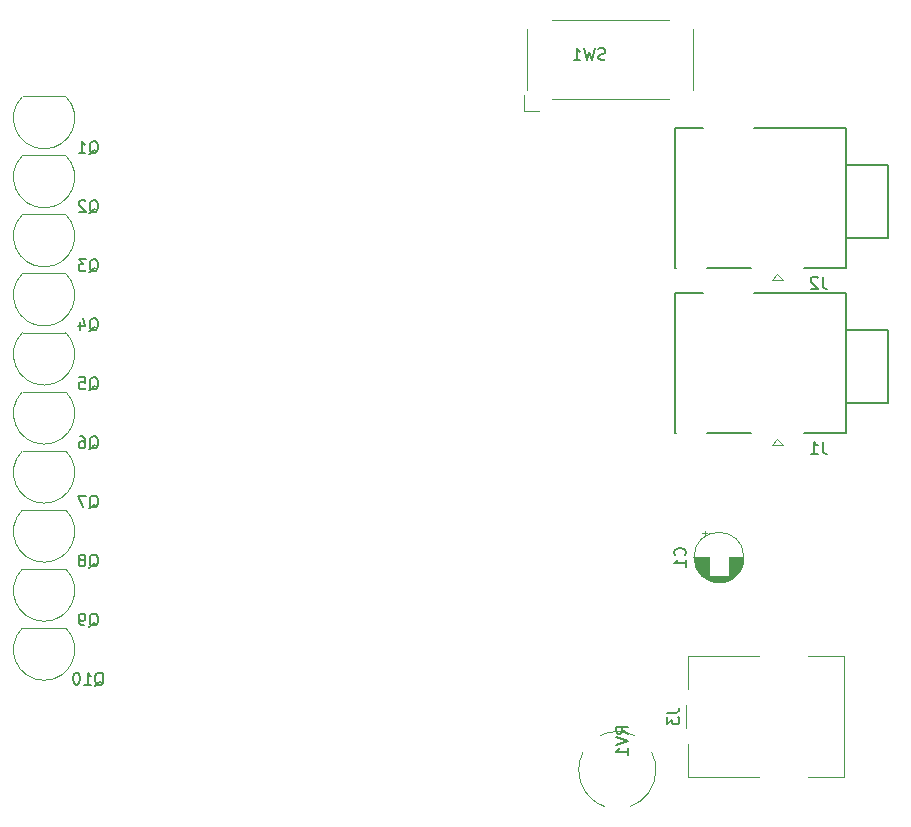
<source format=gbo>
G04 #@! TF.GenerationSoftware,KiCad,Pcbnew,(5.1.0)-1*
G04 #@! TF.CreationDate,2019-05-23T23:37:30-04:00*
G04 #@! TF.ProjectId,KITT Voicebox 12v,4b495454-2056-46f6-9963-65626f782031,rev?*
G04 #@! TF.SameCoordinates,Original*
G04 #@! TF.FileFunction,Legend,Bot*
G04 #@! TF.FilePolarity,Positive*
%FSLAX46Y46*%
G04 Gerber Fmt 4.6, Leading zero omitted, Abs format (unit mm)*
G04 Created by KiCad (PCBNEW (5.1.0)-1) date 2019-05-23 23:37:30*
%MOMM*%
%LPD*%
G04 APERTURE LIST*
%ADD10C,0.120000*%
%ADD11C,0.150000*%
G04 APERTURE END LIST*
D10*
X172544000Y-52658000D02*
X172544000Y-47458000D01*
X158544000Y-47458000D02*
X158544000Y-52658000D01*
X160594000Y-53408000D02*
X170494000Y-53408000D01*
X170494000Y-46708000D02*
X160594000Y-46708000D01*
X158244000Y-53058000D02*
X158244000Y-54358000D01*
X158244000Y-54358000D02*
X159544000Y-54358000D01*
X169426075Y-110252863D02*
G75*
G03X169070000Y-108711000I-3270075J56863D01*
G01*
X167641202Y-107282613D02*
G75*
G03X164672000Y-107282000I-1485202J-2913387D01*
G01*
X163242171Y-108712032D02*
G75*
G03X165092000Y-113288000I2913829J-1483968D01*
G01*
X167220608Y-113287846D02*
G75*
G03X169426000Y-110196000I-1064608J3091846D01*
G01*
X119458478Y-73161522D02*
G75*
G02X117620000Y-77600000I-1838478J-1838478D01*
G01*
X115781522Y-73161522D02*
G75*
G03X117620000Y-77600000I1838478J-1838478D01*
G01*
X115820000Y-73150000D02*
X119420000Y-73150000D01*
X115820000Y-78150000D02*
X119420000Y-78150000D01*
X115781522Y-78161522D02*
G75*
G03X117620000Y-82600000I1838478J-1838478D01*
G01*
X119458478Y-78161522D02*
G75*
G02X117620000Y-82600000I-1838478J-1838478D01*
G01*
X176872000Y-92190000D02*
G75*
G03X176872000Y-92190000I-2120000J0D01*
G01*
X175592000Y-92190000D02*
X176832000Y-92190000D01*
X172672000Y-92190000D02*
X173912000Y-92190000D01*
X175592000Y-92230000D02*
X176832000Y-92230000D01*
X172672000Y-92230000D02*
X173912000Y-92230000D01*
X175592000Y-92270000D02*
X176831000Y-92270000D01*
X172673000Y-92270000D02*
X173912000Y-92270000D01*
X172675000Y-92310000D02*
X173912000Y-92310000D01*
X175592000Y-92310000D02*
X176829000Y-92310000D01*
X172678000Y-92350000D02*
X173912000Y-92350000D01*
X175592000Y-92350000D02*
X176826000Y-92350000D01*
X172681000Y-92390000D02*
X173912000Y-92390000D01*
X175592000Y-92390000D02*
X176823000Y-92390000D01*
X172685000Y-92430000D02*
X173912000Y-92430000D01*
X175592000Y-92430000D02*
X176819000Y-92430000D01*
X172690000Y-92470000D02*
X173912000Y-92470000D01*
X175592000Y-92470000D02*
X176814000Y-92470000D01*
X172696000Y-92510000D02*
X173912000Y-92510000D01*
X175592000Y-92510000D02*
X176808000Y-92510000D01*
X172702000Y-92550000D02*
X173912000Y-92550000D01*
X175592000Y-92550000D02*
X176802000Y-92550000D01*
X172710000Y-92590000D02*
X173912000Y-92590000D01*
X175592000Y-92590000D02*
X176794000Y-92590000D01*
X172718000Y-92630000D02*
X173912000Y-92630000D01*
X175592000Y-92630000D02*
X176786000Y-92630000D01*
X172727000Y-92670000D02*
X173912000Y-92670000D01*
X175592000Y-92670000D02*
X176777000Y-92670000D01*
X172736000Y-92710000D02*
X173912000Y-92710000D01*
X175592000Y-92710000D02*
X176768000Y-92710000D01*
X172747000Y-92750000D02*
X173912000Y-92750000D01*
X175592000Y-92750000D02*
X176757000Y-92750000D01*
X172758000Y-92790000D02*
X173912000Y-92790000D01*
X175592000Y-92790000D02*
X176746000Y-92790000D01*
X172770000Y-92830000D02*
X173912000Y-92830000D01*
X175592000Y-92830000D02*
X176734000Y-92830000D01*
X172784000Y-92870000D02*
X173912000Y-92870000D01*
X175592000Y-92870000D02*
X176720000Y-92870000D01*
X172798000Y-92911000D02*
X173912000Y-92911000D01*
X175592000Y-92911000D02*
X176706000Y-92911000D01*
X172812000Y-92951000D02*
X173912000Y-92951000D01*
X175592000Y-92951000D02*
X176692000Y-92951000D01*
X172828000Y-92991000D02*
X173912000Y-92991000D01*
X175592000Y-92991000D02*
X176676000Y-92991000D01*
X172845000Y-93031000D02*
X173912000Y-93031000D01*
X175592000Y-93031000D02*
X176659000Y-93031000D01*
X172863000Y-93071000D02*
X173912000Y-93071000D01*
X175592000Y-93071000D02*
X176641000Y-93071000D01*
X172882000Y-93111000D02*
X173912000Y-93111000D01*
X175592000Y-93111000D02*
X176622000Y-93111000D01*
X172901000Y-93151000D02*
X173912000Y-93151000D01*
X175592000Y-93151000D02*
X176603000Y-93151000D01*
X172922000Y-93191000D02*
X173912000Y-93191000D01*
X175592000Y-93191000D02*
X176582000Y-93191000D01*
X172944000Y-93231000D02*
X173912000Y-93231000D01*
X175592000Y-93231000D02*
X176560000Y-93231000D01*
X172967000Y-93271000D02*
X173912000Y-93271000D01*
X175592000Y-93271000D02*
X176537000Y-93271000D01*
X172992000Y-93311000D02*
X173912000Y-93311000D01*
X175592000Y-93311000D02*
X176512000Y-93311000D01*
X173017000Y-93351000D02*
X173912000Y-93351000D01*
X175592000Y-93351000D02*
X176487000Y-93351000D01*
X173044000Y-93391000D02*
X173912000Y-93391000D01*
X175592000Y-93391000D02*
X176460000Y-93391000D01*
X173072000Y-93431000D02*
X173912000Y-93431000D01*
X175592000Y-93431000D02*
X176432000Y-93431000D01*
X173102000Y-93471000D02*
X173912000Y-93471000D01*
X175592000Y-93471000D02*
X176402000Y-93471000D01*
X173133000Y-93511000D02*
X173912000Y-93511000D01*
X175592000Y-93511000D02*
X176371000Y-93511000D01*
X173165000Y-93551000D02*
X173912000Y-93551000D01*
X175592000Y-93551000D02*
X176339000Y-93551000D01*
X173200000Y-93591000D02*
X173912000Y-93591000D01*
X175592000Y-93591000D02*
X176304000Y-93591000D01*
X173236000Y-93631000D02*
X173912000Y-93631000D01*
X175592000Y-93631000D02*
X176268000Y-93631000D01*
X173274000Y-93671000D02*
X173912000Y-93671000D01*
X175592000Y-93671000D02*
X176230000Y-93671000D01*
X173314000Y-93711000D02*
X173912000Y-93711000D01*
X175592000Y-93711000D02*
X176190000Y-93711000D01*
X173356000Y-93751000D02*
X173912000Y-93751000D01*
X175592000Y-93751000D02*
X176148000Y-93751000D01*
X173401000Y-93791000D02*
X176103000Y-93791000D01*
X173448000Y-93831000D02*
X176056000Y-93831000D01*
X173498000Y-93871000D02*
X176006000Y-93871000D01*
X173552000Y-93911000D02*
X175952000Y-93911000D01*
X173610000Y-93951000D02*
X175894000Y-93951000D01*
X173672000Y-93991000D02*
X175832000Y-93991000D01*
X173739000Y-94031000D02*
X175765000Y-94031000D01*
X173812000Y-94071000D02*
X175692000Y-94071000D01*
X173893000Y-94111000D02*
X175611000Y-94111000D01*
X173984000Y-94151000D02*
X175520000Y-94151000D01*
X174088000Y-94191000D02*
X175416000Y-94191000D01*
X174215000Y-94231000D02*
X175289000Y-94231000D01*
X174382000Y-94271000D02*
X175122000Y-94271000D01*
X173557000Y-89920199D02*
X173557000Y-90320199D01*
X173357000Y-90120199D02*
X173757000Y-90120199D01*
X179205000Y-82695000D02*
X179705000Y-82145000D01*
X180205000Y-82695000D02*
X179205000Y-82695000D01*
X179705000Y-82145000D02*
X180205000Y-82695000D01*
D11*
X185505000Y-69845000D02*
X177755000Y-69845000D01*
X173405000Y-69845000D02*
X171005000Y-69845000D01*
X171005000Y-69845000D02*
X171005000Y-81645000D01*
X171005000Y-81645000D02*
X171105000Y-81645000D01*
X173705000Y-81645000D02*
X177455000Y-81645000D01*
X181955000Y-81645000D02*
X185505000Y-81645000D01*
X185505000Y-81645000D02*
X185505000Y-69845000D01*
X185505000Y-72945000D02*
X189105000Y-72945000D01*
X189105000Y-72945000D02*
X189105000Y-79145000D01*
X189105000Y-79145000D02*
X185505000Y-79145000D01*
X189105000Y-65175000D02*
X185505000Y-65175000D01*
X189105000Y-58975000D02*
X189105000Y-65175000D01*
X185505000Y-58975000D02*
X189105000Y-58975000D01*
X185505000Y-67675000D02*
X185505000Y-55875000D01*
X181955000Y-67675000D02*
X185505000Y-67675000D01*
X173705000Y-67675000D02*
X177455000Y-67675000D01*
X171005000Y-67675000D02*
X171105000Y-67675000D01*
X171005000Y-55875000D02*
X171005000Y-67675000D01*
X173405000Y-55875000D02*
X171005000Y-55875000D01*
X185505000Y-55875000D02*
X177755000Y-55875000D01*
D10*
X179705000Y-68175000D02*
X180205000Y-68725000D01*
X180205000Y-68725000D02*
X179205000Y-68725000D01*
X179205000Y-68725000D02*
X179705000Y-68175000D01*
X178178000Y-100554000D02*
X172118000Y-100554000D01*
X172118000Y-100554000D02*
X172118000Y-103364000D01*
X172118000Y-107964000D02*
X172118000Y-110774000D01*
X172118000Y-110774000D02*
X178178000Y-110774000D01*
X182278000Y-110774000D02*
X185338000Y-110774000D01*
X185338000Y-110774000D02*
X185338000Y-100554000D01*
X185338000Y-100554000D02*
X182278000Y-100554000D01*
X171928000Y-104664000D02*
X171928000Y-106664000D01*
X119458478Y-53161522D02*
G75*
G02X117620000Y-57600000I-1838478J-1838478D01*
G01*
X115781522Y-53161522D02*
G75*
G03X117620000Y-57600000I1838478J-1838478D01*
G01*
X115820000Y-53150000D02*
X119420000Y-53150000D01*
X115820000Y-58150000D02*
X119420000Y-58150000D01*
X115781522Y-58161522D02*
G75*
G03X117620000Y-62600000I1838478J-1838478D01*
G01*
X119458478Y-58161522D02*
G75*
G02X117620000Y-62600000I-1838478J-1838478D01*
G01*
X119458478Y-63161522D02*
G75*
G02X117620000Y-67600000I-1838478J-1838478D01*
G01*
X115781522Y-63161522D02*
G75*
G03X117620000Y-67600000I1838478J-1838478D01*
G01*
X115820000Y-63150000D02*
X119420000Y-63150000D01*
X115820000Y-68150000D02*
X119420000Y-68150000D01*
X115781522Y-68161522D02*
G75*
G03X117620000Y-72600000I1838478J-1838478D01*
G01*
X119458478Y-68161522D02*
G75*
G02X117620000Y-72600000I-1838478J-1838478D01*
G01*
X119458478Y-83161522D02*
G75*
G02X117620000Y-87600000I-1838478J-1838478D01*
G01*
X115781522Y-83161522D02*
G75*
G03X117620000Y-87600000I1838478J-1838478D01*
G01*
X115820000Y-83150000D02*
X119420000Y-83150000D01*
X115820000Y-88150000D02*
X119420000Y-88150000D01*
X115781522Y-88161522D02*
G75*
G03X117620000Y-92600000I1838478J-1838478D01*
G01*
X119458478Y-88161522D02*
G75*
G02X117620000Y-92600000I-1838478J-1838478D01*
G01*
X119458478Y-93161522D02*
G75*
G02X117620000Y-97600000I-1838478J-1838478D01*
G01*
X115781522Y-93161522D02*
G75*
G03X117620000Y-97600000I1838478J-1838478D01*
G01*
X115820000Y-93150000D02*
X119420000Y-93150000D01*
X115820000Y-98150000D02*
X119420000Y-98150000D01*
X115781522Y-98161522D02*
G75*
G03X117620000Y-102600000I1838478J-1838478D01*
G01*
X119458478Y-98161522D02*
G75*
G02X117620000Y-102600000I-1838478J-1838478D01*
G01*
D11*
X165127333Y-50032761D02*
X164984476Y-50080380D01*
X164746380Y-50080380D01*
X164651142Y-50032761D01*
X164603523Y-49985142D01*
X164555904Y-49889904D01*
X164555904Y-49794666D01*
X164603523Y-49699428D01*
X164651142Y-49651809D01*
X164746380Y-49604190D01*
X164936857Y-49556571D01*
X165032095Y-49508952D01*
X165079714Y-49461333D01*
X165127333Y-49366095D01*
X165127333Y-49270857D01*
X165079714Y-49175619D01*
X165032095Y-49128000D01*
X164936857Y-49080380D01*
X164698761Y-49080380D01*
X164555904Y-49128000D01*
X164222571Y-49080380D02*
X163984476Y-50080380D01*
X163794000Y-49366095D01*
X163603523Y-50080380D01*
X163365428Y-49080380D01*
X162460666Y-50080380D02*
X163032095Y-50080380D01*
X162746380Y-50080380D02*
X162746380Y-49080380D01*
X162841619Y-49223238D01*
X162936857Y-49318476D01*
X163032095Y-49366095D01*
X167048380Y-107100761D02*
X166572190Y-106767428D01*
X167048380Y-106529333D02*
X166048380Y-106529333D01*
X166048380Y-106910285D01*
X166096000Y-107005523D01*
X166143619Y-107053142D01*
X166238857Y-107100761D01*
X166381714Y-107100761D01*
X166476952Y-107053142D01*
X166524571Y-107005523D01*
X166572190Y-106910285D01*
X166572190Y-106529333D01*
X166048380Y-107386476D02*
X167048380Y-107719809D01*
X166048380Y-108053142D01*
X167048380Y-108910285D02*
X167048380Y-108338857D01*
X167048380Y-108624571D02*
X166048380Y-108624571D01*
X166191238Y-108529333D01*
X166286476Y-108434095D01*
X166334095Y-108338857D01*
X121445238Y-78047619D02*
X121540476Y-78000000D01*
X121635714Y-77904761D01*
X121778571Y-77761904D01*
X121873809Y-77714285D01*
X121969047Y-77714285D01*
X121921428Y-77952380D02*
X122016666Y-77904761D01*
X122111904Y-77809523D01*
X122159523Y-77619047D01*
X122159523Y-77285714D01*
X122111904Y-77095238D01*
X122016666Y-77000000D01*
X121921428Y-76952380D01*
X121730952Y-76952380D01*
X121635714Y-77000000D01*
X121540476Y-77095238D01*
X121492857Y-77285714D01*
X121492857Y-77619047D01*
X121540476Y-77809523D01*
X121635714Y-77904761D01*
X121730952Y-77952380D01*
X121921428Y-77952380D01*
X120588095Y-76952380D02*
X121064285Y-76952380D01*
X121111904Y-77428571D01*
X121064285Y-77380952D01*
X120969047Y-77333333D01*
X120730952Y-77333333D01*
X120635714Y-77380952D01*
X120588095Y-77428571D01*
X120540476Y-77523809D01*
X120540476Y-77761904D01*
X120588095Y-77857142D01*
X120635714Y-77904761D01*
X120730952Y-77952380D01*
X120969047Y-77952380D01*
X121064285Y-77904761D01*
X121111904Y-77857142D01*
X121445238Y-83047619D02*
X121540476Y-83000000D01*
X121635714Y-82904761D01*
X121778571Y-82761904D01*
X121873809Y-82714285D01*
X121969047Y-82714285D01*
X121921428Y-82952380D02*
X122016666Y-82904761D01*
X122111904Y-82809523D01*
X122159523Y-82619047D01*
X122159523Y-82285714D01*
X122111904Y-82095238D01*
X122016666Y-82000000D01*
X121921428Y-81952380D01*
X121730952Y-81952380D01*
X121635714Y-82000000D01*
X121540476Y-82095238D01*
X121492857Y-82285714D01*
X121492857Y-82619047D01*
X121540476Y-82809523D01*
X121635714Y-82904761D01*
X121730952Y-82952380D01*
X121921428Y-82952380D01*
X120635714Y-81952380D02*
X120826190Y-81952380D01*
X120921428Y-82000000D01*
X120969047Y-82047619D01*
X121064285Y-82190476D01*
X121111904Y-82380952D01*
X121111904Y-82761904D01*
X121064285Y-82857142D01*
X121016666Y-82904761D01*
X120921428Y-82952380D01*
X120730952Y-82952380D01*
X120635714Y-82904761D01*
X120588095Y-82857142D01*
X120540476Y-82761904D01*
X120540476Y-82523809D01*
X120588095Y-82428571D01*
X120635714Y-82380952D01*
X120730952Y-82333333D01*
X120921428Y-82333333D01*
X121016666Y-82380952D01*
X121064285Y-82428571D01*
X121111904Y-82523809D01*
X171859142Y-92023333D02*
X171906761Y-91975714D01*
X171954380Y-91832857D01*
X171954380Y-91737619D01*
X171906761Y-91594761D01*
X171811523Y-91499523D01*
X171716285Y-91451904D01*
X171525809Y-91404285D01*
X171382952Y-91404285D01*
X171192476Y-91451904D01*
X171097238Y-91499523D01*
X171002000Y-91594761D01*
X170954380Y-91737619D01*
X170954380Y-91832857D01*
X171002000Y-91975714D01*
X171049619Y-92023333D01*
X171954380Y-92975714D02*
X171954380Y-92404285D01*
X171954380Y-92690000D02*
X170954380Y-92690000D01*
X171097238Y-92594761D01*
X171192476Y-92499523D01*
X171240095Y-92404285D01*
X183538333Y-82397380D02*
X183538333Y-83111666D01*
X183585952Y-83254523D01*
X183681190Y-83349761D01*
X183824047Y-83397380D01*
X183919285Y-83397380D01*
X182538333Y-83397380D02*
X183109761Y-83397380D01*
X182824047Y-83397380D02*
X182824047Y-82397380D01*
X182919285Y-82540238D01*
X183014523Y-82635476D01*
X183109761Y-82683095D01*
X183538333Y-68427380D02*
X183538333Y-69141666D01*
X183585952Y-69284523D01*
X183681190Y-69379761D01*
X183824047Y-69427380D01*
X183919285Y-69427380D01*
X183109761Y-68522619D02*
X183062142Y-68475000D01*
X182966904Y-68427380D01*
X182728809Y-68427380D01*
X182633571Y-68475000D01*
X182585952Y-68522619D01*
X182538333Y-68617857D01*
X182538333Y-68713095D01*
X182585952Y-68855952D01*
X183157380Y-69427380D01*
X182538333Y-69427380D01*
X170380380Y-105330666D02*
X171094666Y-105330666D01*
X171237523Y-105283047D01*
X171332761Y-105187809D01*
X171380380Y-105044952D01*
X171380380Y-104949714D01*
X170380380Y-105711619D02*
X170380380Y-106330666D01*
X170761333Y-105997333D01*
X170761333Y-106140190D01*
X170808952Y-106235428D01*
X170856571Y-106283047D01*
X170951809Y-106330666D01*
X171189904Y-106330666D01*
X171285142Y-106283047D01*
X171332761Y-106235428D01*
X171380380Y-106140190D01*
X171380380Y-105854476D01*
X171332761Y-105759238D01*
X171285142Y-105711619D01*
X121445238Y-58047619D02*
X121540476Y-58000000D01*
X121635714Y-57904761D01*
X121778571Y-57761904D01*
X121873809Y-57714285D01*
X121969047Y-57714285D01*
X121921428Y-57952380D02*
X122016666Y-57904761D01*
X122111904Y-57809523D01*
X122159523Y-57619047D01*
X122159523Y-57285714D01*
X122111904Y-57095238D01*
X122016666Y-57000000D01*
X121921428Y-56952380D01*
X121730952Y-56952380D01*
X121635714Y-57000000D01*
X121540476Y-57095238D01*
X121492857Y-57285714D01*
X121492857Y-57619047D01*
X121540476Y-57809523D01*
X121635714Y-57904761D01*
X121730952Y-57952380D01*
X121921428Y-57952380D01*
X120540476Y-57952380D02*
X121111904Y-57952380D01*
X120826190Y-57952380D02*
X120826190Y-56952380D01*
X120921428Y-57095238D01*
X121016666Y-57190476D01*
X121111904Y-57238095D01*
X121445238Y-63047619D02*
X121540476Y-63000000D01*
X121635714Y-62904761D01*
X121778571Y-62761904D01*
X121873809Y-62714285D01*
X121969047Y-62714285D01*
X121921428Y-62952380D02*
X122016666Y-62904761D01*
X122111904Y-62809523D01*
X122159523Y-62619047D01*
X122159523Y-62285714D01*
X122111904Y-62095238D01*
X122016666Y-62000000D01*
X121921428Y-61952380D01*
X121730952Y-61952380D01*
X121635714Y-62000000D01*
X121540476Y-62095238D01*
X121492857Y-62285714D01*
X121492857Y-62619047D01*
X121540476Y-62809523D01*
X121635714Y-62904761D01*
X121730952Y-62952380D01*
X121921428Y-62952380D01*
X121111904Y-62047619D02*
X121064285Y-62000000D01*
X120969047Y-61952380D01*
X120730952Y-61952380D01*
X120635714Y-62000000D01*
X120588095Y-62047619D01*
X120540476Y-62142857D01*
X120540476Y-62238095D01*
X120588095Y-62380952D01*
X121159523Y-62952380D01*
X120540476Y-62952380D01*
X121445238Y-68047619D02*
X121540476Y-68000000D01*
X121635714Y-67904761D01*
X121778571Y-67761904D01*
X121873809Y-67714285D01*
X121969047Y-67714285D01*
X121921428Y-67952380D02*
X122016666Y-67904761D01*
X122111904Y-67809523D01*
X122159523Y-67619047D01*
X122159523Y-67285714D01*
X122111904Y-67095238D01*
X122016666Y-67000000D01*
X121921428Y-66952380D01*
X121730952Y-66952380D01*
X121635714Y-67000000D01*
X121540476Y-67095238D01*
X121492857Y-67285714D01*
X121492857Y-67619047D01*
X121540476Y-67809523D01*
X121635714Y-67904761D01*
X121730952Y-67952380D01*
X121921428Y-67952380D01*
X121159523Y-66952380D02*
X120540476Y-66952380D01*
X120873809Y-67333333D01*
X120730952Y-67333333D01*
X120635714Y-67380952D01*
X120588095Y-67428571D01*
X120540476Y-67523809D01*
X120540476Y-67761904D01*
X120588095Y-67857142D01*
X120635714Y-67904761D01*
X120730952Y-67952380D01*
X121016666Y-67952380D01*
X121111904Y-67904761D01*
X121159523Y-67857142D01*
X121445238Y-73047619D02*
X121540476Y-73000000D01*
X121635714Y-72904761D01*
X121778571Y-72761904D01*
X121873809Y-72714285D01*
X121969047Y-72714285D01*
X121921428Y-72952380D02*
X122016666Y-72904761D01*
X122111904Y-72809523D01*
X122159523Y-72619047D01*
X122159523Y-72285714D01*
X122111904Y-72095238D01*
X122016666Y-72000000D01*
X121921428Y-71952380D01*
X121730952Y-71952380D01*
X121635714Y-72000000D01*
X121540476Y-72095238D01*
X121492857Y-72285714D01*
X121492857Y-72619047D01*
X121540476Y-72809523D01*
X121635714Y-72904761D01*
X121730952Y-72952380D01*
X121921428Y-72952380D01*
X120635714Y-72285714D02*
X120635714Y-72952380D01*
X120873809Y-71904761D02*
X121111904Y-72619047D01*
X120492857Y-72619047D01*
X121445238Y-88047619D02*
X121540476Y-88000000D01*
X121635714Y-87904761D01*
X121778571Y-87761904D01*
X121873809Y-87714285D01*
X121969047Y-87714285D01*
X121921428Y-87952380D02*
X122016666Y-87904761D01*
X122111904Y-87809523D01*
X122159523Y-87619047D01*
X122159523Y-87285714D01*
X122111904Y-87095238D01*
X122016666Y-87000000D01*
X121921428Y-86952380D01*
X121730952Y-86952380D01*
X121635714Y-87000000D01*
X121540476Y-87095238D01*
X121492857Y-87285714D01*
X121492857Y-87619047D01*
X121540476Y-87809523D01*
X121635714Y-87904761D01*
X121730952Y-87952380D01*
X121921428Y-87952380D01*
X121159523Y-86952380D02*
X120492857Y-86952380D01*
X120921428Y-87952380D01*
X121445238Y-93047619D02*
X121540476Y-93000000D01*
X121635714Y-92904761D01*
X121778571Y-92761904D01*
X121873809Y-92714285D01*
X121969047Y-92714285D01*
X121921428Y-92952380D02*
X122016666Y-92904761D01*
X122111904Y-92809523D01*
X122159523Y-92619047D01*
X122159523Y-92285714D01*
X122111904Y-92095238D01*
X122016666Y-92000000D01*
X121921428Y-91952380D01*
X121730952Y-91952380D01*
X121635714Y-92000000D01*
X121540476Y-92095238D01*
X121492857Y-92285714D01*
X121492857Y-92619047D01*
X121540476Y-92809523D01*
X121635714Y-92904761D01*
X121730952Y-92952380D01*
X121921428Y-92952380D01*
X120921428Y-92380952D02*
X121016666Y-92333333D01*
X121064285Y-92285714D01*
X121111904Y-92190476D01*
X121111904Y-92142857D01*
X121064285Y-92047619D01*
X121016666Y-92000000D01*
X120921428Y-91952380D01*
X120730952Y-91952380D01*
X120635714Y-92000000D01*
X120588095Y-92047619D01*
X120540476Y-92142857D01*
X120540476Y-92190476D01*
X120588095Y-92285714D01*
X120635714Y-92333333D01*
X120730952Y-92380952D01*
X120921428Y-92380952D01*
X121016666Y-92428571D01*
X121064285Y-92476190D01*
X121111904Y-92571428D01*
X121111904Y-92761904D01*
X121064285Y-92857142D01*
X121016666Y-92904761D01*
X120921428Y-92952380D01*
X120730952Y-92952380D01*
X120635714Y-92904761D01*
X120588095Y-92857142D01*
X120540476Y-92761904D01*
X120540476Y-92571428D01*
X120588095Y-92476190D01*
X120635714Y-92428571D01*
X120730952Y-92380952D01*
X121445238Y-98047619D02*
X121540476Y-98000000D01*
X121635714Y-97904761D01*
X121778571Y-97761904D01*
X121873809Y-97714285D01*
X121969047Y-97714285D01*
X121921428Y-97952380D02*
X122016666Y-97904761D01*
X122111904Y-97809523D01*
X122159523Y-97619047D01*
X122159523Y-97285714D01*
X122111904Y-97095238D01*
X122016666Y-97000000D01*
X121921428Y-96952380D01*
X121730952Y-96952380D01*
X121635714Y-97000000D01*
X121540476Y-97095238D01*
X121492857Y-97285714D01*
X121492857Y-97619047D01*
X121540476Y-97809523D01*
X121635714Y-97904761D01*
X121730952Y-97952380D01*
X121921428Y-97952380D01*
X121016666Y-97952380D02*
X120826190Y-97952380D01*
X120730952Y-97904761D01*
X120683333Y-97857142D01*
X120588095Y-97714285D01*
X120540476Y-97523809D01*
X120540476Y-97142857D01*
X120588095Y-97047619D01*
X120635714Y-97000000D01*
X120730952Y-96952380D01*
X120921428Y-96952380D01*
X121016666Y-97000000D01*
X121064285Y-97047619D01*
X121111904Y-97142857D01*
X121111904Y-97380952D01*
X121064285Y-97476190D01*
X121016666Y-97523809D01*
X120921428Y-97571428D01*
X120730952Y-97571428D01*
X120635714Y-97523809D01*
X120588095Y-97476190D01*
X120540476Y-97380952D01*
X121921428Y-103047619D02*
X122016666Y-103000000D01*
X122111904Y-102904761D01*
X122254761Y-102761904D01*
X122350000Y-102714285D01*
X122445238Y-102714285D01*
X122397619Y-102952380D02*
X122492857Y-102904761D01*
X122588095Y-102809523D01*
X122635714Y-102619047D01*
X122635714Y-102285714D01*
X122588095Y-102095238D01*
X122492857Y-102000000D01*
X122397619Y-101952380D01*
X122207142Y-101952380D01*
X122111904Y-102000000D01*
X122016666Y-102095238D01*
X121969047Y-102285714D01*
X121969047Y-102619047D01*
X122016666Y-102809523D01*
X122111904Y-102904761D01*
X122207142Y-102952380D01*
X122397619Y-102952380D01*
X121016666Y-102952380D02*
X121588095Y-102952380D01*
X121302380Y-102952380D02*
X121302380Y-101952380D01*
X121397619Y-102095238D01*
X121492857Y-102190476D01*
X121588095Y-102238095D01*
X120397619Y-101952380D02*
X120302380Y-101952380D01*
X120207142Y-102000000D01*
X120159523Y-102047619D01*
X120111904Y-102142857D01*
X120064285Y-102333333D01*
X120064285Y-102571428D01*
X120111904Y-102761904D01*
X120159523Y-102857142D01*
X120207142Y-102904761D01*
X120302380Y-102952380D01*
X120397619Y-102952380D01*
X120492857Y-102904761D01*
X120540476Y-102857142D01*
X120588095Y-102761904D01*
X120635714Y-102571428D01*
X120635714Y-102333333D01*
X120588095Y-102142857D01*
X120540476Y-102047619D01*
X120492857Y-102000000D01*
X120397619Y-101952380D01*
M02*

</source>
